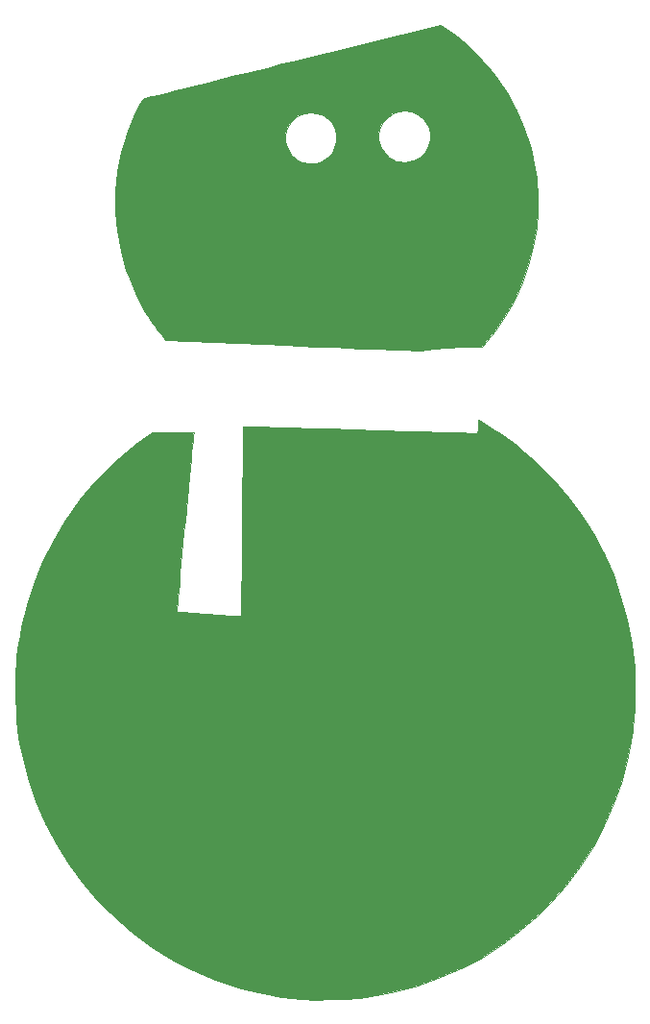
<source format=gbr>
G04 #@! TF.FileFunction,Legend,Top*
%FSLAX46Y46*%
G04 Gerber Fmt 4.6, Leading zero omitted, Abs format (unit mm)*
G04 Created by KiCad (PCBNEW 4.0.4-stable) date 12/07/16 00:33:37*
%MOMM*%
%LPD*%
G01*
G04 APERTURE LIST*
%ADD10C,0.100000*%
%ADD11C,0.200000*%
%ADD12C,0.150000*%
%ADD13C,0.010000*%
G04 APERTURE END LIST*
D10*
D11*
X210225000Y-141800000D02*
X212225000Y-141800000D01*
X212225000Y-141800000D02*
X212225000Y-143800000D01*
X212225000Y-143800000D02*
X210725000Y-143800000D01*
X210725000Y-143800000D02*
X210225000Y-143300000D01*
X210225000Y-143300000D02*
X210225000Y-141800000D01*
X208725000Y-141800000D02*
X208725000Y-143800000D01*
X210725000Y-145300000D02*
X211725000Y-145300000D01*
X213725000Y-141800000D02*
X213725000Y-143800000D01*
X210725000Y-140300000D02*
X211725000Y-140300000D01*
X212475000Y-152450000D02*
X214475000Y-152450000D01*
X214475000Y-152450000D02*
X214475000Y-154450000D01*
X214475000Y-154450000D02*
X212975000Y-154450000D01*
X212975000Y-154450000D02*
X212475000Y-153950000D01*
X212475000Y-153950000D02*
X212475000Y-152450000D01*
X210975000Y-152450000D02*
X210975000Y-154450000D01*
X212975000Y-155950000D02*
X213975000Y-155950000D01*
X215975000Y-152450000D02*
X215975000Y-154450000D01*
X212975000Y-150950000D02*
X213975000Y-150950000D01*
X211500000Y-162675000D02*
X213500000Y-162675000D01*
X213500000Y-162675000D02*
X213500000Y-164675000D01*
X213500000Y-164675000D02*
X212000000Y-164675000D01*
X212000000Y-164675000D02*
X211500000Y-164175000D01*
X211500000Y-164175000D02*
X211500000Y-162675000D01*
X210000000Y-162675000D02*
X210000000Y-164675000D01*
X212000000Y-166175000D02*
X213000000Y-166175000D01*
X215000000Y-162675000D02*
X215000000Y-164675000D01*
X212000000Y-161175000D02*
X213000000Y-161175000D01*
D12*
X206789890Y-172125220D02*
X204289890Y-172125220D01*
X204289890Y-172125220D02*
X204289890Y-171025220D01*
X204289890Y-171025220D02*
X206789890Y-171025220D01*
X206789890Y-171025220D02*
X206789890Y-172125220D01*
X207039890Y-170775220D02*
X204039890Y-170775220D01*
X207039890Y-172375220D02*
X204039890Y-172375220D01*
X204039890Y-172375220D02*
X204039890Y-170775220D01*
X207039890Y-172375220D02*
X207039890Y-170775220D01*
X208539890Y-169825220D02*
X202539890Y-169825220D01*
X208539890Y-173325220D02*
X202539890Y-173325220D01*
X208539890Y-173325220D02*
X208539890Y-169825220D01*
X202539890Y-173325220D02*
X202539890Y-169825220D01*
D13*
G36*
X218889166Y-135832384D02*
X219336144Y-136104491D01*
X219874426Y-136453892D01*
X220462865Y-136852383D01*
X221060310Y-137271764D01*
X221625611Y-137683830D01*
X221957823Y-137935546D01*
X222398596Y-138296783D01*
X222920817Y-138758526D01*
X223495917Y-139292558D01*
X224095329Y-139870661D01*
X224690484Y-140464615D01*
X225252814Y-141046203D01*
X225753751Y-141587206D01*
X226164728Y-142059406D01*
X226295390Y-142220000D01*
X227547430Y-143911804D01*
X228646999Y-145640704D01*
X229599900Y-147420354D01*
X230411933Y-149264410D01*
X231088902Y-151186527D01*
X231636610Y-153200360D01*
X232060857Y-155319564D01*
X232177492Y-156063000D01*
X232249609Y-156705095D01*
X232300681Y-157476994D01*
X232330950Y-158340514D01*
X232340657Y-159257468D01*
X232330044Y-160189673D01*
X232299352Y-161098943D01*
X232248822Y-161947094D01*
X232178697Y-162695939D01*
X232133353Y-163041629D01*
X231727671Y-165241663D01*
X231175688Y-167356541D01*
X230476976Y-169387098D01*
X229631109Y-171334171D01*
X228637659Y-173198594D01*
X227496200Y-174981204D01*
X226206304Y-176682836D01*
X224767544Y-178304325D01*
X223873545Y-179199889D01*
X222278021Y-180617661D01*
X220592250Y-181892179D01*
X218816408Y-183023360D01*
X216950669Y-184011121D01*
X214995208Y-184855378D01*
X212950198Y-185556049D01*
X210815815Y-186113050D01*
X208592233Y-186526298D01*
X208454000Y-186546811D01*
X208117723Y-186584010D01*
X207650266Y-186618944D01*
X207083737Y-186650712D01*
X206450244Y-186678416D01*
X205781896Y-186701154D01*
X205110801Y-186718027D01*
X204469067Y-186728136D01*
X203888803Y-186730580D01*
X203402117Y-186724460D01*
X203041118Y-186708875D01*
X202950666Y-186701046D01*
X201197097Y-186475593D01*
X199525098Y-186179227D01*
X197966795Y-185818000D01*
X197334844Y-185642825D01*
X195315833Y-184965922D01*
X193373222Y-184141567D01*
X191513271Y-183176434D01*
X189742241Y-182077194D01*
X188066393Y-180850522D01*
X186491990Y-179503089D01*
X185025292Y-178041570D01*
X183672561Y-176472637D01*
X182440057Y-174802963D01*
X181334042Y-173039221D01*
X180360778Y-171188084D01*
X179526526Y-169256225D01*
X178837546Y-167250318D01*
X178352543Y-165412295D01*
X178156127Y-164501139D01*
X178002648Y-163668097D01*
X177887657Y-162870723D01*
X177806706Y-162066569D01*
X177755348Y-161213185D01*
X177729134Y-160268125D01*
X177723278Y-159407334D01*
X177727344Y-158541702D01*
X177741792Y-157805179D01*
X177770413Y-157157668D01*
X177816995Y-156559072D01*
X177885326Y-155969295D01*
X177979196Y-155348241D01*
X178102393Y-154655811D01*
X178238761Y-153952138D01*
X178705920Y-152011585D01*
X179331363Y-150080153D01*
X180104714Y-148182078D01*
X181015600Y-146341595D01*
X182053647Y-144582940D01*
X182596959Y-143770762D01*
X183413130Y-142673401D01*
X184333162Y-141567344D01*
X185328435Y-140481367D01*
X186370328Y-139444245D01*
X187430219Y-138484754D01*
X188479486Y-137631669D01*
X189275006Y-137056688D01*
X189775708Y-136716667D01*
X193433339Y-136716667D01*
X193387109Y-136991834D01*
X193366358Y-137151832D01*
X193332360Y-137459391D01*
X193286458Y-137900125D01*
X193229995Y-138459649D01*
X193164314Y-139123577D01*
X193090758Y-139877525D01*
X193010670Y-140707105D01*
X192925394Y-141597933D01*
X192836271Y-142535624D01*
X192744645Y-143505792D01*
X192651860Y-144494051D01*
X192559258Y-145486016D01*
X192468182Y-146467302D01*
X192379975Y-147423523D01*
X192295980Y-148340293D01*
X192217541Y-149203228D01*
X192145999Y-149997941D01*
X192082699Y-150710047D01*
X192028984Y-151325161D01*
X191986195Y-151828898D01*
X191955677Y-152206871D01*
X191938772Y-152444695D01*
X191936675Y-152527898D01*
X192028577Y-152544154D01*
X192265285Y-152568949D01*
X192622581Y-152600600D01*
X193076247Y-152637422D01*
X193602065Y-152677732D01*
X194175816Y-152719848D01*
X194773284Y-152762085D01*
X195370248Y-152802760D01*
X195942492Y-152840190D01*
X196465797Y-152872691D01*
X196915944Y-152898579D01*
X197268716Y-152916172D01*
X197499895Y-152923785D01*
X197584446Y-152920487D01*
X197592452Y-152833607D01*
X197601332Y-152588883D01*
X197610929Y-152197804D01*
X197621084Y-151671855D01*
X197631640Y-151022524D01*
X197642439Y-150261299D01*
X197653322Y-149399665D01*
X197664133Y-148449110D01*
X197674712Y-147421122D01*
X197684903Y-146327186D01*
X197694546Y-145178791D01*
X197699236Y-144571335D01*
X197708323Y-143399328D01*
X197717628Y-142275810D01*
X197727023Y-141212275D01*
X197736380Y-140220216D01*
X197745571Y-139311129D01*
X197754467Y-138496507D01*
X197762940Y-137787845D01*
X197770861Y-137196636D01*
X197778103Y-136734376D01*
X197784538Y-136412558D01*
X197790036Y-136242676D01*
X197792452Y-136218227D01*
X197879352Y-136216578D01*
X198125110Y-136219948D01*
X198519335Y-136228053D01*
X199051636Y-136240610D01*
X199711621Y-136257336D01*
X200488898Y-136277947D01*
X201373076Y-136302160D01*
X202353764Y-136329691D01*
X203420569Y-136360257D01*
X204563101Y-136393575D01*
X205770967Y-136429361D01*
X207033776Y-136467331D01*
X207964662Y-136495664D01*
X209263942Y-136535341D01*
X210518035Y-136573508D01*
X211716330Y-136609849D01*
X212848217Y-136644048D01*
X213903084Y-136675789D01*
X214870322Y-136704756D01*
X215739319Y-136730631D01*
X216499466Y-136753099D01*
X217140151Y-136771844D01*
X217650764Y-136786550D01*
X218020694Y-136796899D01*
X218239332Y-136802577D01*
X218296500Y-136803604D01*
X218395688Y-136790782D01*
X218452743Y-136730865D01*
X218479233Y-136587237D01*
X218486725Y-136323284D01*
X218487000Y-136200622D01*
X218487000Y-135599910D01*
X218889166Y-135832384D01*
X218889166Y-135832384D01*
G37*
X218889166Y-135832384D02*
X219336144Y-136104491D01*
X219874426Y-136453892D01*
X220462865Y-136852383D01*
X221060310Y-137271764D01*
X221625611Y-137683830D01*
X221957823Y-137935546D01*
X222398596Y-138296783D01*
X222920817Y-138758526D01*
X223495917Y-139292558D01*
X224095329Y-139870661D01*
X224690484Y-140464615D01*
X225252814Y-141046203D01*
X225753751Y-141587206D01*
X226164728Y-142059406D01*
X226295390Y-142220000D01*
X227547430Y-143911804D01*
X228646999Y-145640704D01*
X229599900Y-147420354D01*
X230411933Y-149264410D01*
X231088902Y-151186527D01*
X231636610Y-153200360D01*
X232060857Y-155319564D01*
X232177492Y-156063000D01*
X232249609Y-156705095D01*
X232300681Y-157476994D01*
X232330950Y-158340514D01*
X232340657Y-159257468D01*
X232330044Y-160189673D01*
X232299352Y-161098943D01*
X232248822Y-161947094D01*
X232178697Y-162695939D01*
X232133353Y-163041629D01*
X231727671Y-165241663D01*
X231175688Y-167356541D01*
X230476976Y-169387098D01*
X229631109Y-171334171D01*
X228637659Y-173198594D01*
X227496200Y-174981204D01*
X226206304Y-176682836D01*
X224767544Y-178304325D01*
X223873545Y-179199889D01*
X222278021Y-180617661D01*
X220592250Y-181892179D01*
X218816408Y-183023360D01*
X216950669Y-184011121D01*
X214995208Y-184855378D01*
X212950198Y-185556049D01*
X210815815Y-186113050D01*
X208592233Y-186526298D01*
X208454000Y-186546811D01*
X208117723Y-186584010D01*
X207650266Y-186618944D01*
X207083737Y-186650712D01*
X206450244Y-186678416D01*
X205781896Y-186701154D01*
X205110801Y-186718027D01*
X204469067Y-186728136D01*
X203888803Y-186730580D01*
X203402117Y-186724460D01*
X203041118Y-186708875D01*
X202950666Y-186701046D01*
X201197097Y-186475593D01*
X199525098Y-186179227D01*
X197966795Y-185818000D01*
X197334844Y-185642825D01*
X195315833Y-184965922D01*
X193373222Y-184141567D01*
X191513271Y-183176434D01*
X189742241Y-182077194D01*
X188066393Y-180850522D01*
X186491990Y-179503089D01*
X185025292Y-178041570D01*
X183672561Y-176472637D01*
X182440057Y-174802963D01*
X181334042Y-173039221D01*
X180360778Y-171188084D01*
X179526526Y-169256225D01*
X178837546Y-167250318D01*
X178352543Y-165412295D01*
X178156127Y-164501139D01*
X178002648Y-163668097D01*
X177887657Y-162870723D01*
X177806706Y-162066569D01*
X177755348Y-161213185D01*
X177729134Y-160268125D01*
X177723278Y-159407334D01*
X177727344Y-158541702D01*
X177741792Y-157805179D01*
X177770413Y-157157668D01*
X177816995Y-156559072D01*
X177885326Y-155969295D01*
X177979196Y-155348241D01*
X178102393Y-154655811D01*
X178238761Y-153952138D01*
X178705920Y-152011585D01*
X179331363Y-150080153D01*
X180104714Y-148182078D01*
X181015600Y-146341595D01*
X182053647Y-144582940D01*
X182596959Y-143770762D01*
X183413130Y-142673401D01*
X184333162Y-141567344D01*
X185328435Y-140481367D01*
X186370328Y-139444245D01*
X187430219Y-138484754D01*
X188479486Y-137631669D01*
X189275006Y-137056688D01*
X189775708Y-136716667D01*
X193433339Y-136716667D01*
X193387109Y-136991834D01*
X193366358Y-137151832D01*
X193332360Y-137459391D01*
X193286458Y-137900125D01*
X193229995Y-138459649D01*
X193164314Y-139123577D01*
X193090758Y-139877525D01*
X193010670Y-140707105D01*
X192925394Y-141597933D01*
X192836271Y-142535624D01*
X192744645Y-143505792D01*
X192651860Y-144494051D01*
X192559258Y-145486016D01*
X192468182Y-146467302D01*
X192379975Y-147423523D01*
X192295980Y-148340293D01*
X192217541Y-149203228D01*
X192145999Y-149997941D01*
X192082699Y-150710047D01*
X192028984Y-151325161D01*
X191986195Y-151828898D01*
X191955677Y-152206871D01*
X191938772Y-152444695D01*
X191936675Y-152527898D01*
X192028577Y-152544154D01*
X192265285Y-152568949D01*
X192622581Y-152600600D01*
X193076247Y-152637422D01*
X193602065Y-152677732D01*
X194175816Y-152719848D01*
X194773284Y-152762085D01*
X195370248Y-152802760D01*
X195942492Y-152840190D01*
X196465797Y-152872691D01*
X196915944Y-152898579D01*
X197268716Y-152916172D01*
X197499895Y-152923785D01*
X197584446Y-152920487D01*
X197592452Y-152833607D01*
X197601332Y-152588883D01*
X197610929Y-152197804D01*
X197621084Y-151671855D01*
X197631640Y-151022524D01*
X197642439Y-150261299D01*
X197653322Y-149399665D01*
X197664133Y-148449110D01*
X197674712Y-147421122D01*
X197684903Y-146327186D01*
X197694546Y-145178791D01*
X197699236Y-144571335D01*
X197708323Y-143399328D01*
X197717628Y-142275810D01*
X197727023Y-141212275D01*
X197736380Y-140220216D01*
X197745571Y-139311129D01*
X197754467Y-138496507D01*
X197762940Y-137787845D01*
X197770861Y-137196636D01*
X197778103Y-136734376D01*
X197784538Y-136412558D01*
X197790036Y-136242676D01*
X197792452Y-136218227D01*
X197879352Y-136216578D01*
X198125110Y-136219948D01*
X198519335Y-136228053D01*
X199051636Y-136240610D01*
X199711621Y-136257336D01*
X200488898Y-136277947D01*
X201373076Y-136302160D01*
X202353764Y-136329691D01*
X203420569Y-136360257D01*
X204563101Y-136393575D01*
X205770967Y-136429361D01*
X207033776Y-136467331D01*
X207964662Y-136495664D01*
X209263942Y-136535341D01*
X210518035Y-136573508D01*
X211716330Y-136609849D01*
X212848217Y-136644048D01*
X213903084Y-136675789D01*
X214870322Y-136704756D01*
X215739319Y-136730631D01*
X216499466Y-136753099D01*
X217140151Y-136771844D01*
X217650764Y-136786550D01*
X218020694Y-136796899D01*
X218239332Y-136802577D01*
X218296500Y-136803604D01*
X218395688Y-136790782D01*
X218452743Y-136730865D01*
X218479233Y-136587237D01*
X218486725Y-136323284D01*
X218487000Y-136200622D01*
X218487000Y-135599910D01*
X218889166Y-135832384D01*
G36*
X215762147Y-101177144D02*
X216597355Y-101786981D01*
X217462321Y-102517641D01*
X218320722Y-103334038D01*
X219136232Y-104201089D01*
X219872529Y-105083710D01*
X220056974Y-105325404D01*
X221055755Y-106800030D01*
X221901450Y-108345191D01*
X222594891Y-109962951D01*
X223136908Y-111655372D01*
X223528329Y-113424518D01*
X223660096Y-114280000D01*
X223712253Y-114813581D01*
X223746550Y-115466905D01*
X223762956Y-116191327D01*
X223761443Y-116938199D01*
X223741980Y-117658873D01*
X223704536Y-118304701D01*
X223662852Y-118725000D01*
X223382032Y-120355607D01*
X222956678Y-121966160D01*
X222396286Y-123535326D01*
X221710351Y-125041772D01*
X220908370Y-126464163D01*
X219999837Y-127781168D01*
X219203635Y-128743488D01*
X218827048Y-129162343D01*
X216815524Y-129221394D01*
X216065667Y-129248575D01*
X215420046Y-129282540D01*
X214896066Y-129322039D01*
X214511129Y-129365822D01*
X214326112Y-129400222D01*
X214235475Y-129422515D01*
X214145093Y-129442303D01*
X214046368Y-129459354D01*
X213930699Y-129473434D01*
X213789489Y-129484312D01*
X213614136Y-129491755D01*
X213396043Y-129495529D01*
X213126610Y-129495403D01*
X212797238Y-129491144D01*
X212399328Y-129482518D01*
X211924280Y-129469294D01*
X211363496Y-129451239D01*
X210708376Y-129428119D01*
X209950321Y-129399703D01*
X209080731Y-129365758D01*
X208091009Y-129326051D01*
X206972553Y-129280349D01*
X205716766Y-129228420D01*
X204315048Y-129170032D01*
X202758799Y-129104950D01*
X201565521Y-129054979D01*
X190951710Y-128610425D01*
X190747343Y-128366713D01*
X190539249Y-128103234D01*
X190268772Y-127739198D01*
X189965291Y-127316360D01*
X189658185Y-126876476D01*
X189376834Y-126461303D01*
X189150618Y-126112597D01*
X189077947Y-125994048D01*
X188691513Y-125293941D01*
X188297883Y-124486554D01*
X187923472Y-123630568D01*
X187594697Y-122784669D01*
X187463694Y-122408000D01*
X186982396Y-120699036D01*
X186666085Y-118968795D01*
X186514031Y-117227895D01*
X186525498Y-115486951D01*
X186699756Y-113756579D01*
X187036071Y-112047394D01*
X187320257Y-111089494D01*
X201518245Y-111089494D01*
X201591479Y-111440646D01*
X201799536Y-111902412D01*
X202127152Y-112334861D01*
X202532180Y-112693914D01*
X202972475Y-112935496D01*
X203045088Y-112960849D01*
X203596356Y-113056421D01*
X204176942Y-113018150D01*
X204701144Y-112858095D01*
X205199372Y-112541923D01*
X205610162Y-112090507D01*
X205853270Y-111666734D01*
X206014916Y-111122079D01*
X206018987Y-110932133D01*
X209737198Y-110932133D01*
X209769494Y-111125191D01*
X209956981Y-111651988D01*
X210267132Y-112130198D01*
X210668200Y-112523230D01*
X211128436Y-112794493D01*
X211259314Y-112842296D01*
X211562489Y-112893557D01*
X211957766Y-112901548D01*
X212377965Y-112870779D01*
X212755904Y-112805761D01*
X212996337Y-112725683D01*
X213483860Y-112400107D01*
X213862292Y-111967314D01*
X214121802Y-111457283D01*
X214252555Y-110899989D01*
X214244720Y-110325408D01*
X214088465Y-109763518D01*
X214017214Y-109613383D01*
X213667055Y-109121381D01*
X213194537Y-108739396D01*
X212616163Y-108480539D01*
X212575875Y-108468455D01*
X212016119Y-108386031D01*
X211474224Y-108453662D01*
X210970535Y-108652091D01*
X210525395Y-108962059D01*
X210159147Y-109364305D01*
X209892136Y-109839572D01*
X209744705Y-110368601D01*
X209737198Y-110932133D01*
X206018987Y-110932133D01*
X206027168Y-110550485D01*
X205897409Y-109989000D01*
X205633024Y-109474674D01*
X205349919Y-109141290D01*
X204873146Y-108795330D01*
X204330486Y-108586622D01*
X203755528Y-108517105D01*
X203181857Y-108588716D01*
X202643062Y-108803392D01*
X202389964Y-108970556D01*
X201964881Y-109399419D01*
X201671387Y-109915677D01*
X201519252Y-110489110D01*
X201518245Y-111089494D01*
X187320257Y-111089494D01*
X187533711Y-110370014D01*
X188191943Y-108735054D01*
X188443739Y-108207716D01*
X188626881Y-107858963D01*
X188797278Y-107570036D01*
X188934529Y-107373440D01*
X189011779Y-107302598D01*
X189108089Y-107278086D01*
X189359890Y-107215016D01*
X189758319Y-107115591D01*
X190294510Y-106982014D01*
X190959602Y-106816486D01*
X191744730Y-106621212D01*
X192641030Y-106398394D01*
X193639640Y-106150235D01*
X194731695Y-105878937D01*
X195908332Y-105586704D01*
X197160687Y-105275738D01*
X198479896Y-104948241D01*
X199857097Y-104606418D01*
X201283425Y-104252470D01*
X202173147Y-104031716D01*
X215196295Y-100800667D01*
X215762147Y-101177144D01*
X215762147Y-101177144D01*
G37*
X215762147Y-101177144D02*
X216597355Y-101786981D01*
X217462321Y-102517641D01*
X218320722Y-103334038D01*
X219136232Y-104201089D01*
X219872529Y-105083710D01*
X220056974Y-105325404D01*
X221055755Y-106800030D01*
X221901450Y-108345191D01*
X222594891Y-109962951D01*
X223136908Y-111655372D01*
X223528329Y-113424518D01*
X223660096Y-114280000D01*
X223712253Y-114813581D01*
X223746550Y-115466905D01*
X223762956Y-116191327D01*
X223761443Y-116938199D01*
X223741980Y-117658873D01*
X223704536Y-118304701D01*
X223662852Y-118725000D01*
X223382032Y-120355607D01*
X222956678Y-121966160D01*
X222396286Y-123535326D01*
X221710351Y-125041772D01*
X220908370Y-126464163D01*
X219999837Y-127781168D01*
X219203635Y-128743488D01*
X218827048Y-129162343D01*
X216815524Y-129221394D01*
X216065667Y-129248575D01*
X215420046Y-129282540D01*
X214896066Y-129322039D01*
X214511129Y-129365822D01*
X214326112Y-129400222D01*
X214235475Y-129422515D01*
X214145093Y-129442303D01*
X214046368Y-129459354D01*
X213930699Y-129473434D01*
X213789489Y-129484312D01*
X213614136Y-129491755D01*
X213396043Y-129495529D01*
X213126610Y-129495403D01*
X212797238Y-129491144D01*
X212399328Y-129482518D01*
X211924280Y-129469294D01*
X211363496Y-129451239D01*
X210708376Y-129428119D01*
X209950321Y-129399703D01*
X209080731Y-129365758D01*
X208091009Y-129326051D01*
X206972553Y-129280349D01*
X205716766Y-129228420D01*
X204315048Y-129170032D01*
X202758799Y-129104950D01*
X201565521Y-129054979D01*
X190951710Y-128610425D01*
X190747343Y-128366713D01*
X190539249Y-128103234D01*
X190268772Y-127739198D01*
X189965291Y-127316360D01*
X189658185Y-126876476D01*
X189376834Y-126461303D01*
X189150618Y-126112597D01*
X189077947Y-125994048D01*
X188691513Y-125293941D01*
X188297883Y-124486554D01*
X187923472Y-123630568D01*
X187594697Y-122784669D01*
X187463694Y-122408000D01*
X186982396Y-120699036D01*
X186666085Y-118968795D01*
X186514031Y-117227895D01*
X186525498Y-115486951D01*
X186699756Y-113756579D01*
X187036071Y-112047394D01*
X187320257Y-111089494D01*
X201518245Y-111089494D01*
X201591479Y-111440646D01*
X201799536Y-111902412D01*
X202127152Y-112334861D01*
X202532180Y-112693914D01*
X202972475Y-112935496D01*
X203045088Y-112960849D01*
X203596356Y-113056421D01*
X204176942Y-113018150D01*
X204701144Y-112858095D01*
X205199372Y-112541923D01*
X205610162Y-112090507D01*
X205853270Y-111666734D01*
X206014916Y-111122079D01*
X206018987Y-110932133D01*
X209737198Y-110932133D01*
X209769494Y-111125191D01*
X209956981Y-111651988D01*
X210267132Y-112130198D01*
X210668200Y-112523230D01*
X211128436Y-112794493D01*
X211259314Y-112842296D01*
X211562489Y-112893557D01*
X211957766Y-112901548D01*
X212377965Y-112870779D01*
X212755904Y-112805761D01*
X212996337Y-112725683D01*
X213483860Y-112400107D01*
X213862292Y-111967314D01*
X214121802Y-111457283D01*
X214252555Y-110899989D01*
X214244720Y-110325408D01*
X214088465Y-109763518D01*
X214017214Y-109613383D01*
X213667055Y-109121381D01*
X213194537Y-108739396D01*
X212616163Y-108480539D01*
X212575875Y-108468455D01*
X212016119Y-108386031D01*
X211474224Y-108453662D01*
X210970535Y-108652091D01*
X210525395Y-108962059D01*
X210159147Y-109364305D01*
X209892136Y-109839572D01*
X209744705Y-110368601D01*
X209737198Y-110932133D01*
X206018987Y-110932133D01*
X206027168Y-110550485D01*
X205897409Y-109989000D01*
X205633024Y-109474674D01*
X205349919Y-109141290D01*
X204873146Y-108795330D01*
X204330486Y-108586622D01*
X203755528Y-108517105D01*
X203181857Y-108588716D01*
X202643062Y-108803392D01*
X202389964Y-108970556D01*
X201964881Y-109399419D01*
X201671387Y-109915677D01*
X201519252Y-110489110D01*
X201518245Y-111089494D01*
X187320257Y-111089494D01*
X187533711Y-110370014D01*
X188191943Y-108735054D01*
X188443739Y-108207716D01*
X188626881Y-107858963D01*
X188797278Y-107570036D01*
X188934529Y-107373440D01*
X189011779Y-107302598D01*
X189108089Y-107278086D01*
X189359890Y-107215016D01*
X189758319Y-107115591D01*
X190294510Y-106982014D01*
X190959602Y-106816486D01*
X191744730Y-106621212D01*
X192641030Y-106398394D01*
X193639640Y-106150235D01*
X194731695Y-105878937D01*
X195908332Y-105586704D01*
X197160687Y-105275738D01*
X198479896Y-104948241D01*
X199857097Y-104606418D01*
X201283425Y-104252470D01*
X202173147Y-104031716D01*
X215196295Y-100800667D01*
X215762147Y-101177144D01*
D12*
X204206557Y-174579982D02*
X204349414Y-174627601D01*
X204587510Y-174627601D01*
X204682748Y-174579982D01*
X204730367Y-174532363D01*
X204777986Y-174437125D01*
X204777986Y-174341887D01*
X204730367Y-174246649D01*
X204682748Y-174199030D01*
X204587510Y-174151410D01*
X204397033Y-174103791D01*
X204301795Y-174056172D01*
X204254176Y-174008553D01*
X204206557Y-173913315D01*
X204206557Y-173818077D01*
X204254176Y-173722839D01*
X204301795Y-173675220D01*
X204397033Y-173627601D01*
X204635129Y-173627601D01*
X204777986Y-173675220D01*
X205111319Y-173627601D02*
X205349414Y-174627601D01*
X205539891Y-173913315D01*
X205730367Y-174627601D01*
X205968462Y-173627601D01*
X206873224Y-174627601D02*
X206301795Y-174627601D01*
X206587509Y-174627601D02*
X206587509Y-173627601D01*
X206492271Y-173770458D01*
X206397033Y-173865696D01*
X206301795Y-173913315D01*
M02*

</source>
